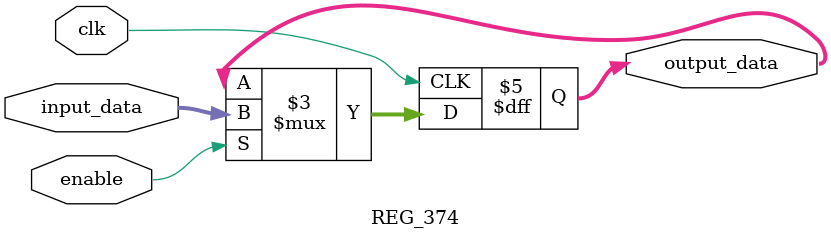
<source format=v>
module REG_374(clk, input_data, enable, output_data);

input [7:0] input_data;
input clk;
input enable;

output [7:0] output_data;

reg [7:0] output_data;

always @(posedge clk)
begin
	if(enable == 1)
		output_data <= input_data;
end

endmodule

</source>
